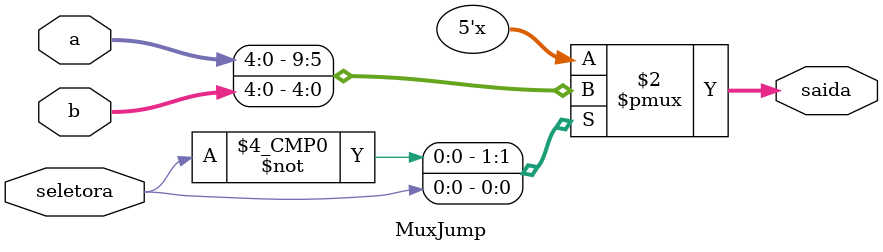
<source format=v>
module MuxJump(a, b, seletora, saida);

input [4:0]a;
input [31:0]b;
input seletora;
output reg [4:0]saida;

//no bloco always de acordo com a seletora escolhida ele libera uma das saidas
always @(*)
begin
	case (seletora)
		1'b0: saida = a;
		1'b1: saida = b[4:0];
	endcase
end

endmodule	
</source>
